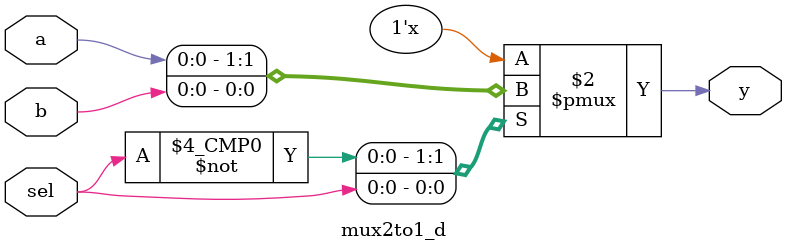
<source format=sv>
`timescale 1ns / 1ps

module mux2to1_d (
    input  logic a, b, sel,
    output logic y
);

    always_comb begin
        case (sel)
            1'b0: y = a;
            1'b1: y = b;
            default: y = 'x;  // Handle Undefined States
        endcase
    end

endmodule

</source>
